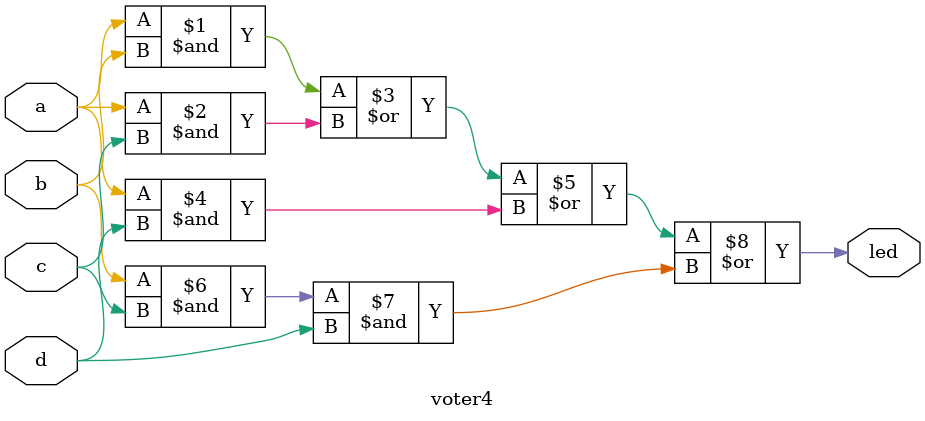
<source format=v>
`timescale 1ns / 1ps

module voter4(
    input       a   ,          
    input       b   ,
    input       c   ,
    input       d   ,
    output      led  
);
          
assign led = (a&b)|(a&c)|(a&d)|(b&c&d);    

endmodule
</source>
